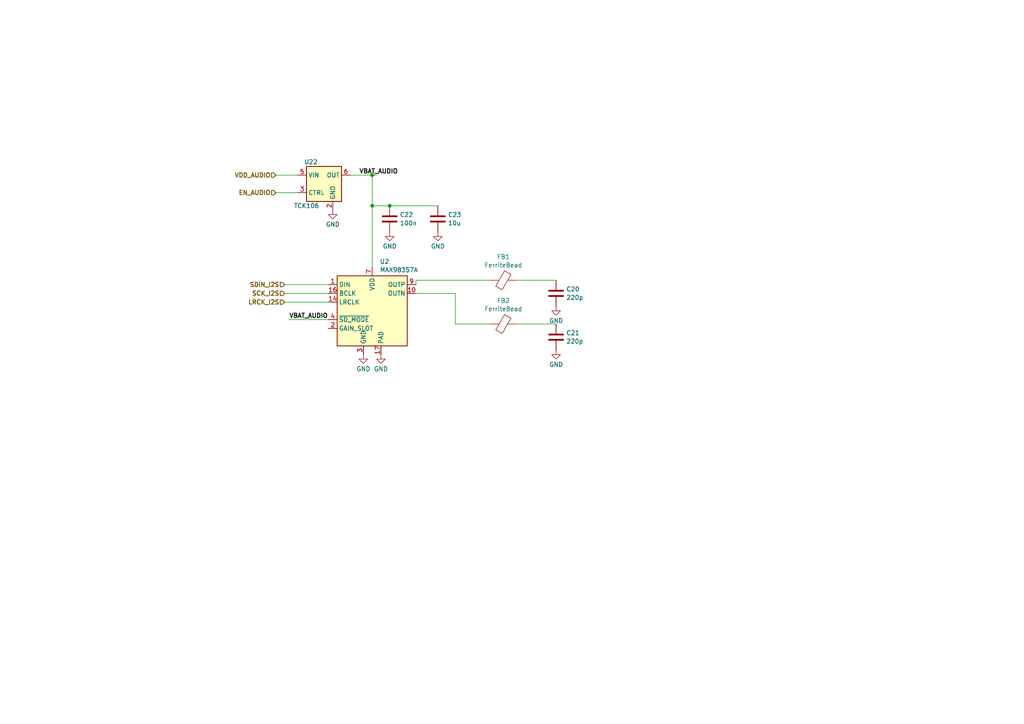
<source format=kicad_sch>
(kicad_sch (version 20230121) (generator eeschema)
  (paper "A4")
  (lib_symbols
    (symbol "Audio:MAX98357A"
      (property "Reference" "U" (at -8.89 11.43 0))
      (property "Value" "MAX98357A" (at 10.16 11.43 0))
      (symbol "MAX98357A_1_1"
        (rectangle (start -10.16 10.16) (end 10.16 -10.16) (stroke (width 0.254)) (fill (type background)))
        (pin input line (at -12.7 7.62 0) (length 2.54) (name "DIN") (number "1"))
        (pin output line (at 12.7 5.08 180) (length 2.54) (name "OUTN") (number "10"))
        (pin passive line (at -2.54 -12.7 90) (length 2.54) hide (name "GND") (number "11"))
        (pin no_connect line (at 10.16 -5.08 180) (length 2.54) hide (name "NC") (number "12"))
        (pin no_connect line (at 10.16 -7.62 180) (length 2.54) hide (name "NC") (number "13"))
        (pin input line (at -12.7 2.54 0) (length 2.54) (name "LRCLK") (number "14"))
        (pin passive line (at -2.54 -12.7 90) (length 2.54) hide (name "GND") (number "15"))
        (pin input line (at -12.7 5.08 0) (length 2.54) (name "BCLK") (number "16"))
        (pin unspecified line (at 2.54 -12.7 90) (length 2.54) (name "PAD") (number "17"))
        (pin passive line (at -12.7 -5.08 0) (length 2.54) (name "GAIN_SLOT") (number "2"))
        (pin power_in line (at -2.54 -12.7 90) (length 2.54) (name "GND") (number "3"))
        (pin input line (at -12.7 -2.54 0) (length 2.54) (name "~{SD_MODE}") (number "4"))
        (pin no_connect line (at 10.16 2.54 180) (length 2.54) hide (name "NC") (number "5"))
        (pin no_connect line (at 10.16 0 180) (length 2.54) hide (name "NC") (number "6"))
        (pin power_in line (at 0 12.7 270) (length 2.54) (name "VDD") (number "7"))
        (pin passive line (at 0 12.7 270) (length 2.54) hide (name "VDD") (number "8"))
        (pin output line (at 12.7 7.62 180) (length 2.54) (name "OUTP") (number "9"))
      )
    )
    (symbol "Device:C" (pin_numbers hide) (pin_names (offset 0.254))
      (property "Reference" "C" (at 0.635 2.54 0))
      (property "Value" "C" (at 0.635 -2.54 0))
      (symbol "C_0_1"
        (polyline (pts (xy -2.032 -0.762) (xy 2.032 -0.762)) (stroke (width 0.508)))
        (polyline (pts (xy -2.032 0.762) (xy 2.032 0.762)) (stroke (width 0.508)))
      )
      (symbol "C_1_1"
        (pin passive line (at 0 3.81 270) (length 2.794) (name "~") (number "1"))
        (pin passive line (at 0 -3.81 90) (length 2.794) (name "~") (number "2"))
      )
    )
    (symbol "Device:FerriteBead" (pin_numbers hide) (pin_names (offset 0))
      (property "Reference" "FB" (at -3.81 0.635 90))
      (property "Value" "FerriteBead" (at 3.81 0 90))
      (symbol "FerriteBead_0_1"
        (polyline (pts (xy 0 -1.27) (xy 0 -1.2192)))
        (polyline (pts (xy 0 1.27) (xy 0 1.2954)))
        (polyline (pts (xy -2.7686 0.4064) (xy -1.7018 2.2606) (xy 2.7686 -0.3048) (xy 1.6764 -2.159) (xy -2.7686 0.4064)))
      )
      (symbol "FerriteBead_1_1"
        (pin passive line (at 0 3.81 270) (length 2.54) (name "~") (number "1"))
        (pin passive line (at 0 -3.81 90) (length 2.54) (name "~") (number "2"))
      )
    )
    (symbol "Power_Management:BTS5045-1EJA"
      (property "Reference" "U14" (at -3.81 6.35 0))
      (property "Value" "TCK106" (at -2.54 -6.35 0))
      (symbol "BTS5045-1EJA_0_1"
        (rectangle (start -5.08 5.08) (end 5.08 -5.08) (stroke (width 0.254)) (fill (type background)))
      )
      (symbol "BTS5045-1EJA_1_1"
        (pin power_in line (at 2.54 -7.62 90) (length 2.54) (name "GND") (number "2"))
        (pin output line (at -7.62 -2.54 0) (length 2.54) (name "CTRL") (number "3"))
        (pin input line (at -7.62 2.54 0) (length 2.54) (name "VIN") (number "5"))
        (pin power_out line (at 7.62 2.54 180) (length 2.54) (name "OUT") (number "6"))
      )
    )
    (symbol "power:GND" (power) (pin_names (offset 0))
      (property "Value" "GND" (at 0 -3.81 0))
      (symbol "GND_0_1"
        (polyline (pts (xy 0 0) (xy 0 -1.27) (xy 1.27 -1.27) (xy 0 -2.54) (xy -1.27 -1.27) (xy 0 -1.27)))
      )
      (symbol "GND_1_1"
        (pin power_in line (at 0 0 270) (length 0) hide (name "GND") (number "1"))
      )
    )
  )
  (junction (at 107.95 59.69))
  (junction (at 113.03 59.69))
  (junction (at 107.95 50.8))
  (wire (pts (xy 149.86 81.28) (xy 161.29 81.28)))
  (wire (pts (xy 80.01 55.88) (xy 86.36 55.88)))
  (wire (pts (xy 142.24 81.28) (xy 120.65 81.28)))
  (wire (pts (xy 82.55 82.55) (xy 95.25 82.55)))
  (wire (pts (xy 113.03 59.69) (xy 127 59.69)))
  (wire (pts (xy 82.55 87.63) (xy 95.25 87.63)))
  (wire (pts (xy 82.55 85.09) (xy 95.25 85.09)))
  (wire (pts (xy 149.86 93.98) (xy 161.29 93.98)))
  (wire (pts (xy 120.65 85.09) (xy 132.08 85.09)))
  (wire (pts (xy 107.95 50.8) (xy 109.22 50.8)))
  (wire (pts (xy 132.08 85.09) (xy 132.08 93.98)))
  (wire (pts (xy 101.6 50.8) (xy 107.95 50.8)))
  (wire (pts (xy 107.95 50.8) (xy 107.95 59.69)))
  (wire (pts (xy 83.82 92.71) (xy 95.25 92.71)))
  (wire (pts (xy 120.65 81.28) (xy 120.65 82.55)))
  (wire (pts (xy 132.08 93.98) (xy 142.24 93.98)))
  (wire (pts (xy 107.95 59.69) (xy 113.03 59.69)))
  (wire (pts (xy 107.95 59.69) (xy 107.95 77.47)))
  (wire (pts (xy 80.01 50.8) (xy 86.36 50.8)))
  (label "VBAT_AUDIO" (at 83.82 92.71 0) (effects (font bold)))
  (label "VBAT_AUDIO" (at 104.14 50.8 0) (effects (font bold)))
  (hierarchical_label "EN_AUDIO" (shape input) (at 80.01 55.88 180) (effects (font bold)))
  (hierarchical_label "LRCK_I2S" (shape input) (at 82.55 87.63 180) (effects (font bold)))
  (hierarchical_label "SCK_I2S" (shape input) (at 82.55 85.09 180) (effects (font bold)))
  (hierarchical_label "SDIN_I2S" (shape input) (at 82.55 82.55 180) (effects (font bold)))
  (hierarchical_label "VDD_AUDIO" (shape input) (at 80.01 50.8 180) (effects (font bold)))
  (symbol (lib_id "power:GND") (at 161.29 88.9 0) (unit 1)
    (property "Reference" "#PWR044" (effects hide))
    (property "Value" "GND" (at 161.29 93.0331 0))
  )
  (symbol (lib_id "Device:C") (at 161.29 97.79 0) (unit 1)
    (property "Reference" "C21" (at 164.211 96.5779 0) (effects (justify left)))
    (property "Value" "220p" (at 164.211 99.0021 0) (effects (justify left)))
  )
  (symbol (lib_id "power:GND") (at 105.41 102.87 0) (unit 1)
    (property "Reference" "#PWR047" (effects hide))
    (property "Value" "GND" (at 105.41 107.0031 0))
  )
  (symbol (lib_id "power:GND") (at 96.52 60.96 0) (unit 1)
    (property "Reference" "#PWR043" (effects hide))
    (property "Value" "GND" (at 96.52 65.0931 0))
  )
  (symbol (lib_id "power:GND") (at 113.03 67.31 0) (unit 1)
    (property "Reference" "#PWR048" (effects hide))
    (property "Value" "GND" (at 113.03 71.4431 0))
  )
  (symbol (lib_id "Device:C") (at 127 63.5 0) (unit 1)
    (property "Reference" "C23" (at 129.921 62.2879 0) (effects (justify left)))
    (property "Value" "10u" (at 129.921 64.7121 0) (effects (justify left)))
  )
  (symbol (lib_id "Device:FerriteBead") (at 146.05 93.98 90) (unit 1)
    (property "Reference" "FB2" (at 145.9992 87.1941 90))
    (property "Value" "FerriteBead" (at 145.9992 89.6183 90))
  )
  (symbol (lib_id "power:GND") (at 110.49 102.87 0) (unit 1)
    (property "Reference" "#PWR046" (effects hide))
    (property "Value" "GND" (at 110.49 107.0031 0))
  )
  (symbol (lib_id "Device:FerriteBead") (at 146.05 81.28 90) (unit 1)
    (property "Reference" "FB1" (at 145.9992 74.4941 90))
    (property "Value" "FerriteBead" (at 145.9992 76.9183 90))
  )
  (symbol (lib_id "Device:C") (at 113.03 63.5 0) (unit 1)
    (property "Reference" "C22" (at 115.951 62.2879 0) (effects (justify left)))
    (property "Value" "100n" (at 115.951 64.7121 0) (effects (justify left)))
  )
  (symbol (lib_id "power:GND") (at 161.29 101.6 0) (unit 1)
    (property "Reference" "#PWR045" (effects hide))
    (property "Value" "GND" (at 161.29 105.7331 0))
  )
  (symbol (lib_id "power:GND") (at 127 67.31 0) (unit 1)
    (property "Reference" "#PWR049" (effects hide))
    (property "Value" "GND" (at 127 71.4431 0))
  )
  (symbol (lib_id "Power_Management:BTS5045-1EJA") (at 93.98 53.34 0) (unit 1)
    (property "Reference" "U22" (at 90.17 46.99 0))
    (property "Value" "TCK106" (at 88.9 59.69 0))
    (property "Footprint" "Package_SO:Infineon_PG-DSO-8-43" (effects hide))
    (property "Datasheet" "http://www.infineon.com/dgdl/Infineon-BTS5045-1EJA-DS-v02_02-EN.pdf?fileId=5546d4625a888733015aa411125b1069" (effects hide))
  )
  (symbol (lib_id "Device:C") (at 161.29 85.09 0) (unit 1)
    (property "Reference" "C20" (at 164.211 83.8779 0) (effects (justify left)))
    (property "Value" "220p" (at 164.211 86.3021 0) (effects (justify left)))
  )
  (symbol (lib_id "Audio:MAX98357A") (at 107.95 90.17 0) (unit 1)
    (property "Reference" "U2" (at 110.1441 75.8657 0) (effects (justify left)))
    (property "Value" "MAX98357A" (at 110.1441 78.2899 0) (effects (justify left)))
    (property "Footprint" "Package_DFN_QFN:TQFN-16-1EP_3x3mm_P0.5mm_EP1.23x1.23mm" (effects hide))
    (property "Datasheet" "https://www.analog.com/media/en/technical-documentation/data-sheets/MAX98357A-MAX98357B.pdf" (effects hide))
  )
)
</source>
